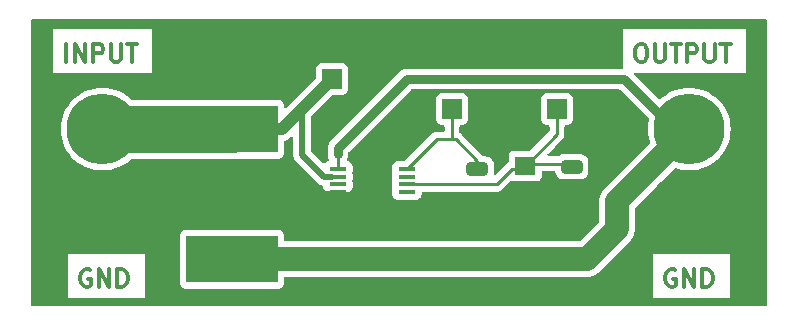
<source format=gtl>
%TF.GenerationSoftware,KiCad,Pcbnew,7.0.2*%
%TF.CreationDate,2023-08-26T08:56:54-07:00*%
%TF.ProjectId,Current Sense Standalone,43757272-656e-4742-9053-656e73652053,rev?*%
%TF.SameCoordinates,Original*%
%TF.FileFunction,Copper,L1,Top*%
%TF.FilePolarity,Positive*%
%FSLAX46Y46*%
G04 Gerber Fmt 4.6, Leading zero omitted, Abs format (unit mm)*
G04 Created by KiCad (PCBNEW 7.0.2) date 2023-08-26 08:56:54*
%MOMM*%
%LPD*%
G01*
G04 APERTURE LIST*
G04 Aperture macros list*
%AMRoundRect*
0 Rectangle with rounded corners*
0 $1 Rounding radius*
0 $2 $3 $4 $5 $6 $7 $8 $9 X,Y pos of 4 corners*
0 Add a 4 corners polygon primitive as box body*
4,1,4,$2,$3,$4,$5,$6,$7,$8,$9,$2,$3,0*
0 Add four circle primitives for the rounded corners*
1,1,$1+$1,$2,$3*
1,1,$1+$1,$4,$5*
1,1,$1+$1,$6,$7*
1,1,$1+$1,$8,$9*
0 Add four rect primitives between the rounded corners*
20,1,$1+$1,$2,$3,$4,$5,0*
20,1,$1+$1,$4,$5,$6,$7,0*
20,1,$1+$1,$6,$7,$8,$9,0*
20,1,$1+$1,$8,$9,$2,$3,0*%
G04 Aperture macros list end*
%ADD10C,0.300000*%
%TA.AperFunction,NonConductor*%
%ADD11C,0.300000*%
%TD*%
%TA.AperFunction,ComponentPad*%
%ADD12RoundRect,1.500000X1.500000X-1.500000X1.500000X1.500000X-1.500000X1.500000X-1.500000X-1.500000X0*%
%TD*%
%TA.AperFunction,ComponentPad*%
%ADD13C,6.000000*%
%TD*%
%TA.AperFunction,SMDPad,CuDef*%
%ADD14RoundRect,0.250000X-0.650000X0.325000X-0.650000X-0.325000X0.650000X-0.325000X0.650000X0.325000X0*%
%TD*%
%TA.AperFunction,SMDPad,CuDef*%
%ADD15R,1.800000X1.600000*%
%TD*%
%TA.AperFunction,SMDPad,CuDef*%
%ADD16R,7.800000X4.000000*%
%TD*%
%TA.AperFunction,ComponentPad*%
%ADD17R,1.700000X1.700000*%
%TD*%
%TA.AperFunction,ComponentPad*%
%ADD18O,1.700000X1.700000*%
%TD*%
%TA.AperFunction,SMDPad,CuDef*%
%ADD19R,1.473200X0.355600*%
%TD*%
%TA.AperFunction,Conductor*%
%ADD20C,0.500000*%
%TD*%
%TA.AperFunction,Conductor*%
%ADD21C,0.750000*%
%TD*%
%TA.AperFunction,Conductor*%
%ADD22C,0.250000*%
%TD*%
%TA.AperFunction,Conductor*%
%ADD23C,1.000000*%
%TD*%
%TA.AperFunction,Conductor*%
%ADD24C,4.000000*%
%TD*%
%TA.AperFunction,Conductor*%
%ADD25C,2.000000*%
%TD*%
G04 APERTURE END LIST*
D10*
D11*
X67182857Y-33947857D02*
X67040000Y-33876428D01*
X67040000Y-33876428D02*
X66825714Y-33876428D01*
X66825714Y-33876428D02*
X66611428Y-33947857D01*
X66611428Y-33947857D02*
X66468571Y-34090714D01*
X66468571Y-34090714D02*
X66397142Y-34233571D01*
X66397142Y-34233571D02*
X66325714Y-34519285D01*
X66325714Y-34519285D02*
X66325714Y-34733571D01*
X66325714Y-34733571D02*
X66397142Y-35019285D01*
X66397142Y-35019285D02*
X66468571Y-35162142D01*
X66468571Y-35162142D02*
X66611428Y-35305000D01*
X66611428Y-35305000D02*
X66825714Y-35376428D01*
X66825714Y-35376428D02*
X66968571Y-35376428D01*
X66968571Y-35376428D02*
X67182857Y-35305000D01*
X67182857Y-35305000D02*
X67254285Y-35233571D01*
X67254285Y-35233571D02*
X67254285Y-34733571D01*
X67254285Y-34733571D02*
X66968571Y-34733571D01*
X67897142Y-35376428D02*
X67897142Y-33876428D01*
X67897142Y-33876428D02*
X68754285Y-35376428D01*
X68754285Y-35376428D02*
X68754285Y-33876428D01*
X69468571Y-35376428D02*
X69468571Y-33876428D01*
X69468571Y-33876428D02*
X69825714Y-33876428D01*
X69825714Y-33876428D02*
X70040000Y-33947857D01*
X70040000Y-33947857D02*
X70182857Y-34090714D01*
X70182857Y-34090714D02*
X70254286Y-34233571D01*
X70254286Y-34233571D02*
X70325714Y-34519285D01*
X70325714Y-34519285D02*
X70325714Y-34733571D01*
X70325714Y-34733571D02*
X70254286Y-35019285D01*
X70254286Y-35019285D02*
X70182857Y-35162142D01*
X70182857Y-35162142D02*
X70040000Y-35305000D01*
X70040000Y-35305000D02*
X69825714Y-35376428D01*
X69825714Y-35376428D02*
X69468571Y-35376428D01*
D10*
D11*
X17652857Y-33947857D02*
X17510000Y-33876428D01*
X17510000Y-33876428D02*
X17295714Y-33876428D01*
X17295714Y-33876428D02*
X17081428Y-33947857D01*
X17081428Y-33947857D02*
X16938571Y-34090714D01*
X16938571Y-34090714D02*
X16867142Y-34233571D01*
X16867142Y-34233571D02*
X16795714Y-34519285D01*
X16795714Y-34519285D02*
X16795714Y-34733571D01*
X16795714Y-34733571D02*
X16867142Y-35019285D01*
X16867142Y-35019285D02*
X16938571Y-35162142D01*
X16938571Y-35162142D02*
X17081428Y-35305000D01*
X17081428Y-35305000D02*
X17295714Y-35376428D01*
X17295714Y-35376428D02*
X17438571Y-35376428D01*
X17438571Y-35376428D02*
X17652857Y-35305000D01*
X17652857Y-35305000D02*
X17724285Y-35233571D01*
X17724285Y-35233571D02*
X17724285Y-34733571D01*
X17724285Y-34733571D02*
X17438571Y-34733571D01*
X18367142Y-35376428D02*
X18367142Y-33876428D01*
X18367142Y-33876428D02*
X19224285Y-35376428D01*
X19224285Y-35376428D02*
X19224285Y-33876428D01*
X19938571Y-35376428D02*
X19938571Y-33876428D01*
X19938571Y-33876428D02*
X20295714Y-33876428D01*
X20295714Y-33876428D02*
X20510000Y-33947857D01*
X20510000Y-33947857D02*
X20652857Y-34090714D01*
X20652857Y-34090714D02*
X20724286Y-34233571D01*
X20724286Y-34233571D02*
X20795714Y-34519285D01*
X20795714Y-34519285D02*
X20795714Y-34733571D01*
X20795714Y-34733571D02*
X20724286Y-35019285D01*
X20724286Y-35019285D02*
X20652857Y-35162142D01*
X20652857Y-35162142D02*
X20510000Y-35305000D01*
X20510000Y-35305000D02*
X20295714Y-35376428D01*
X20295714Y-35376428D02*
X19938571Y-35376428D01*
D10*
D11*
X64142857Y-14826428D02*
X64428571Y-14826428D01*
X64428571Y-14826428D02*
X64571428Y-14897857D01*
X64571428Y-14897857D02*
X64714285Y-15040714D01*
X64714285Y-15040714D02*
X64785714Y-15326428D01*
X64785714Y-15326428D02*
X64785714Y-15826428D01*
X64785714Y-15826428D02*
X64714285Y-16112142D01*
X64714285Y-16112142D02*
X64571428Y-16255000D01*
X64571428Y-16255000D02*
X64428571Y-16326428D01*
X64428571Y-16326428D02*
X64142857Y-16326428D01*
X64142857Y-16326428D02*
X64000000Y-16255000D01*
X64000000Y-16255000D02*
X63857142Y-16112142D01*
X63857142Y-16112142D02*
X63785714Y-15826428D01*
X63785714Y-15826428D02*
X63785714Y-15326428D01*
X63785714Y-15326428D02*
X63857142Y-15040714D01*
X63857142Y-15040714D02*
X64000000Y-14897857D01*
X64000000Y-14897857D02*
X64142857Y-14826428D01*
X65428571Y-14826428D02*
X65428571Y-16040714D01*
X65428571Y-16040714D02*
X65500000Y-16183571D01*
X65500000Y-16183571D02*
X65571429Y-16255000D01*
X65571429Y-16255000D02*
X65714286Y-16326428D01*
X65714286Y-16326428D02*
X66000000Y-16326428D01*
X66000000Y-16326428D02*
X66142857Y-16255000D01*
X66142857Y-16255000D02*
X66214286Y-16183571D01*
X66214286Y-16183571D02*
X66285714Y-16040714D01*
X66285714Y-16040714D02*
X66285714Y-14826428D01*
X66785715Y-14826428D02*
X67642858Y-14826428D01*
X67214286Y-16326428D02*
X67214286Y-14826428D01*
X68142857Y-16326428D02*
X68142857Y-14826428D01*
X68142857Y-14826428D02*
X68714286Y-14826428D01*
X68714286Y-14826428D02*
X68857143Y-14897857D01*
X68857143Y-14897857D02*
X68928572Y-14969285D01*
X68928572Y-14969285D02*
X69000000Y-15112142D01*
X69000000Y-15112142D02*
X69000000Y-15326428D01*
X69000000Y-15326428D02*
X68928572Y-15469285D01*
X68928572Y-15469285D02*
X68857143Y-15540714D01*
X68857143Y-15540714D02*
X68714286Y-15612142D01*
X68714286Y-15612142D02*
X68142857Y-15612142D01*
X69642857Y-14826428D02*
X69642857Y-16040714D01*
X69642857Y-16040714D02*
X69714286Y-16183571D01*
X69714286Y-16183571D02*
X69785715Y-16255000D01*
X69785715Y-16255000D02*
X69928572Y-16326428D01*
X69928572Y-16326428D02*
X70214286Y-16326428D01*
X70214286Y-16326428D02*
X70357143Y-16255000D01*
X70357143Y-16255000D02*
X70428572Y-16183571D01*
X70428572Y-16183571D02*
X70500000Y-16040714D01*
X70500000Y-16040714D02*
X70500000Y-14826428D01*
X71000001Y-14826428D02*
X71857144Y-14826428D01*
X71428572Y-16326428D02*
X71428572Y-14826428D01*
D10*
D11*
X15597142Y-16326428D02*
X15597142Y-14826428D01*
X16311428Y-16326428D02*
X16311428Y-14826428D01*
X16311428Y-14826428D02*
X17168571Y-16326428D01*
X17168571Y-16326428D02*
X17168571Y-14826428D01*
X17882857Y-16326428D02*
X17882857Y-14826428D01*
X17882857Y-14826428D02*
X18454286Y-14826428D01*
X18454286Y-14826428D02*
X18597143Y-14897857D01*
X18597143Y-14897857D02*
X18668572Y-14969285D01*
X18668572Y-14969285D02*
X18740000Y-15112142D01*
X18740000Y-15112142D02*
X18740000Y-15326428D01*
X18740000Y-15326428D02*
X18668572Y-15469285D01*
X18668572Y-15469285D02*
X18597143Y-15540714D01*
X18597143Y-15540714D02*
X18454286Y-15612142D01*
X18454286Y-15612142D02*
X17882857Y-15612142D01*
X19382857Y-14826428D02*
X19382857Y-16040714D01*
X19382857Y-16040714D02*
X19454286Y-16183571D01*
X19454286Y-16183571D02*
X19525715Y-16255000D01*
X19525715Y-16255000D02*
X19668572Y-16326428D01*
X19668572Y-16326428D02*
X19954286Y-16326428D01*
X19954286Y-16326428D02*
X20097143Y-16255000D01*
X20097143Y-16255000D02*
X20168572Y-16183571D01*
X20168572Y-16183571D02*
X20240000Y-16040714D01*
X20240000Y-16040714D02*
X20240000Y-14826428D01*
X20740001Y-14826428D02*
X21597144Y-14826428D01*
X21168572Y-16326428D02*
X21168572Y-14826428D01*
D12*
X68344045Y-29210000D03*
D13*
X68344045Y-22010000D03*
D14*
X50411329Y-25400000D03*
X50411329Y-28350000D03*
D15*
X54453375Y-25140000D03*
X54453375Y-27940000D03*
D16*
X29629273Y-33018011D03*
X29629273Y-22018011D03*
D14*
X58420000Y-25195000D03*
X58420000Y-28145000D03*
D17*
X48260000Y-20320000D03*
D18*
X50800000Y-20320000D03*
D17*
X38100000Y-17780000D03*
D18*
X40640000Y-17780000D03*
D19*
X38608000Y-25400000D03*
X38608000Y-26049998D03*
X38608000Y-26700000D03*
X38608000Y-27349998D03*
X44450000Y-27349998D03*
X44450000Y-26700000D03*
X44450000Y-26049998D03*
X44450000Y-25400000D03*
D12*
X18650936Y-29210000D03*
D13*
X18650936Y-22010000D03*
D17*
X57150000Y-20320000D03*
D18*
X59690000Y-20320000D03*
D20*
X35560000Y-24166400D02*
X35560000Y-20320000D01*
X37443598Y-26049998D02*
X35560000Y-24166400D01*
X38100000Y-26049998D02*
X37443598Y-26049998D01*
D21*
X44450000Y-17780000D02*
X62844045Y-17780000D01*
X38608000Y-23622000D02*
X44450000Y-17780000D01*
X38608000Y-24130000D02*
X38608000Y-23622000D01*
X62844045Y-17780000D02*
X67074045Y-22010000D01*
D22*
X38608000Y-24130000D02*
X38608000Y-25400000D01*
X68344045Y-22010000D02*
X67074045Y-22010000D01*
X38100000Y-26049998D02*
X38608000Y-26049998D01*
X57150000Y-20320000D02*
X57150000Y-22443375D01*
X57150000Y-22443375D02*
X54663751Y-24929624D01*
X54663751Y-24929624D02*
X54453375Y-24929624D01*
X53340000Y-25400000D02*
X53982999Y-25400000D01*
X44450000Y-26700000D02*
X52040000Y-26700000D01*
X53982999Y-25400000D02*
X54453375Y-24929624D01*
X58208238Y-24929624D02*
X58363078Y-24774784D01*
X54453375Y-24929624D02*
X58208238Y-24929624D01*
X52040000Y-26700000D02*
X53340000Y-25400000D01*
X58363078Y-27724784D02*
X58358238Y-27729624D01*
X58358238Y-27729624D02*
X54663751Y-27729624D01*
X18650936Y-29210000D02*
X20510938Y-27349998D01*
X20510938Y-27349998D02*
X38608000Y-27349998D01*
X54663751Y-27729624D02*
X54043375Y-28350000D01*
X54043375Y-28350000D02*
X50411329Y-28350000D01*
X44450000Y-25400000D02*
X46990000Y-22860000D01*
X48260000Y-22860000D02*
X48260000Y-20320000D01*
X46990000Y-22860000D02*
X48260000Y-22860000D01*
X48587463Y-22860000D02*
X50411329Y-24683866D01*
X48260000Y-22860000D02*
X48587463Y-22860000D01*
D23*
X38100000Y-17780000D02*
X33861989Y-22018011D01*
D22*
X28279273Y-23368011D02*
X29629273Y-22018011D01*
X29621262Y-22010000D02*
X29629273Y-22018011D01*
X18650936Y-22010000D02*
X20008947Y-23368011D01*
D23*
X33861989Y-22018011D02*
X29629273Y-22018011D01*
D22*
X18650936Y-20130973D02*
X18650936Y-22010000D01*
D24*
X18650936Y-22010000D02*
X29621262Y-22010000D01*
D25*
X59690000Y-33020000D02*
X62230000Y-30480000D01*
D22*
X66215867Y-22010000D02*
X68344045Y-22010000D01*
D25*
X62230000Y-30480000D02*
X62230000Y-28124045D01*
X29631262Y-33020000D02*
X59690000Y-33020000D01*
X29629273Y-33018011D02*
X29631262Y-33020000D01*
X62230000Y-28124045D02*
X68344045Y-22010000D01*
%TA.AperFunction,Conductor*%
G36*
X74872539Y-12720185D02*
G01*
X74918294Y-12772989D01*
X74929500Y-12824500D01*
X74929500Y-36901978D01*
X74909815Y-36969017D01*
X74857011Y-37014772D01*
X74805500Y-37025978D01*
X12730653Y-37025978D01*
X12663614Y-37006293D01*
X12617859Y-36953489D01*
X12606653Y-36901978D01*
X12606653Y-32595214D01*
X15795214Y-32595214D01*
X15795214Y-36274786D01*
X22246215Y-36274786D01*
X22246215Y-32595214D01*
X15795214Y-32595214D01*
X12606653Y-32595214D01*
X12606653Y-27572376D01*
X43212900Y-27572376D01*
X43212901Y-27575670D01*
X43213253Y-27578950D01*
X43213254Y-27578957D01*
X43219309Y-27635282D01*
X43244456Y-27702704D01*
X43269604Y-27770129D01*
X43355854Y-27885344D01*
X43471069Y-27971594D01*
X43605917Y-28021889D01*
X43665527Y-28028298D01*
X45234472Y-28028297D01*
X45294083Y-28021889D01*
X45428931Y-27971594D01*
X45544146Y-27885344D01*
X45630396Y-27770129D01*
X45680691Y-27635281D01*
X45687100Y-27575671D01*
X45687099Y-27449499D01*
X45706783Y-27382461D01*
X45759587Y-27336706D01*
X45811099Y-27325500D01*
X51957256Y-27325500D01*
X51977762Y-27327764D01*
X51980665Y-27327672D01*
X51980667Y-27327673D01*
X52047872Y-27325561D01*
X52051768Y-27325500D01*
X52075448Y-27325500D01*
X52079350Y-27325500D01*
X52083313Y-27324999D01*
X52094962Y-27324080D01*
X52138627Y-27322709D01*
X52157859Y-27317120D01*
X52176918Y-27313174D01*
X52183196Y-27312381D01*
X52196792Y-27310664D01*
X52237407Y-27294582D01*
X52248444Y-27290803D01*
X52290390Y-27278618D01*
X52307629Y-27268422D01*
X52325102Y-27259862D01*
X52343732Y-27252486D01*
X52379064Y-27226814D01*
X52388830Y-27220400D01*
X52426418Y-27198171D01*
X52426417Y-27198171D01*
X52426420Y-27198170D01*
X52440585Y-27184004D01*
X52455373Y-27171373D01*
X52471587Y-27159594D01*
X52499438Y-27125926D01*
X52507279Y-27117309D01*
X53203529Y-26421059D01*
X53264850Y-26387576D01*
X53334541Y-26392560D01*
X53445889Y-26434090D01*
X53445892Y-26434091D01*
X53505502Y-26440500D01*
X55401247Y-26440499D01*
X55460858Y-26434091D01*
X55595706Y-26383796D01*
X55710921Y-26297546D01*
X55797171Y-26182331D01*
X55847466Y-26047483D01*
X55853875Y-25987873D01*
X55853875Y-25679123D01*
X55873560Y-25612085D01*
X55926364Y-25566330D01*
X55977875Y-25555124D01*
X56906002Y-25555124D01*
X56973041Y-25574809D01*
X57018796Y-25627613D01*
X57029360Y-25666523D01*
X57030000Y-25672796D01*
X57085186Y-25839334D01*
X57177288Y-25988657D01*
X57301342Y-26112711D01*
X57301344Y-26112712D01*
X57450666Y-26204814D01*
X57562017Y-26241712D01*
X57617202Y-26259999D01*
X57716858Y-26270180D01*
X57716859Y-26270180D01*
X57719991Y-26270500D01*
X59120008Y-26270499D01*
X59222797Y-26259999D01*
X59389334Y-26204814D01*
X59538656Y-26112712D01*
X59662712Y-25988656D01*
X59754814Y-25839334D01*
X59809999Y-25672797D01*
X59820500Y-25570009D01*
X59820499Y-24819992D01*
X59809999Y-24717203D01*
X59754814Y-24550666D01*
X59668791Y-24411199D01*
X59662711Y-24401342D01*
X59538657Y-24277288D01*
X59389334Y-24185186D01*
X59222797Y-24130000D01*
X59123141Y-24119819D01*
X59123122Y-24119818D01*
X59120009Y-24119500D01*
X59116860Y-24119500D01*
X57723140Y-24119500D01*
X57723120Y-24119500D01*
X57719992Y-24119501D01*
X57716860Y-24119820D01*
X57716858Y-24119821D01*
X57617203Y-24130000D01*
X57450665Y-24185186D01*
X57289007Y-24284897D01*
X57286617Y-24281023D01*
X57249503Y-24301290D01*
X57223145Y-24304124D01*
X56473203Y-24304124D01*
X56406164Y-24284439D01*
X56360409Y-24231635D01*
X56350465Y-24162477D01*
X56379490Y-24098921D01*
X56385522Y-24092443D01*
X56956146Y-23521819D01*
X57533789Y-22944175D01*
X57549885Y-22931281D01*
X57551873Y-22929162D01*
X57551877Y-22929161D01*
X57597949Y-22880098D01*
X57600534Y-22877430D01*
X57620120Y-22857846D01*
X57622585Y-22854667D01*
X57630167Y-22845791D01*
X57632394Y-22843420D01*
X57660062Y-22813957D01*
X57669712Y-22796402D01*
X57680400Y-22780132D01*
X57692671Y-22764313D01*
X57692673Y-22764311D01*
X57710026Y-22724207D01*
X57715157Y-22713737D01*
X57736197Y-22675467D01*
X57741175Y-22656074D01*
X57747481Y-22637657D01*
X57749018Y-22634103D01*
X57755438Y-22619271D01*
X57762272Y-22576120D01*
X57764635Y-22564706D01*
X57775500Y-22522394D01*
X57775500Y-22502358D01*
X57777027Y-22482959D01*
X57780160Y-22463179D01*
X57776050Y-22419699D01*
X57775500Y-22408030D01*
X57775500Y-21794499D01*
X57795185Y-21727460D01*
X57847989Y-21681705D01*
X57899500Y-21670499D01*
X58044561Y-21670499D01*
X58047872Y-21670499D01*
X58107483Y-21664091D01*
X58242331Y-21613796D01*
X58357546Y-21527546D01*
X58443796Y-21412331D01*
X58494091Y-21277483D01*
X58500500Y-21217873D01*
X58500499Y-19422128D01*
X58494091Y-19362517D01*
X58443796Y-19227669D01*
X58357546Y-19112454D01*
X58242331Y-19026204D01*
X58107483Y-18975909D01*
X58047873Y-18969500D01*
X58044550Y-18969500D01*
X56255439Y-18969500D01*
X56255420Y-18969500D01*
X56252128Y-18969501D01*
X56248848Y-18969853D01*
X56248840Y-18969854D01*
X56192515Y-18975909D01*
X56057669Y-19026204D01*
X55942454Y-19112454D01*
X55856204Y-19227668D01*
X55805909Y-19362516D01*
X55801090Y-19407343D01*
X55799500Y-19422127D01*
X55799500Y-19425448D01*
X55799500Y-19425449D01*
X55799500Y-21214560D01*
X55799500Y-21214578D01*
X55799501Y-21217872D01*
X55799853Y-21221152D01*
X55799854Y-21221159D01*
X55805909Y-21277484D01*
X55808494Y-21284414D01*
X55856204Y-21412331D01*
X55942454Y-21527546D01*
X56057669Y-21613796D01*
X56192517Y-21664091D01*
X56252127Y-21670500D01*
X56400500Y-21670499D01*
X56467539Y-21690183D01*
X56513294Y-21742987D01*
X56524500Y-21794499D01*
X56524500Y-22132921D01*
X56504815Y-22199960D01*
X56488181Y-22220602D01*
X54905601Y-23803181D01*
X54844278Y-23836666D01*
X54817920Y-23839500D01*
X53508814Y-23839500D01*
X53508795Y-23839500D01*
X53505503Y-23839501D01*
X53502223Y-23839853D01*
X53502215Y-23839854D01*
X53445890Y-23845909D01*
X53311044Y-23896204D01*
X53195829Y-23982454D01*
X53109579Y-24097668D01*
X53059284Y-24232516D01*
X53053702Y-24284439D01*
X53052875Y-24292127D01*
X53052875Y-24295448D01*
X53052875Y-24295449D01*
X53052875Y-24772266D01*
X53033190Y-24839305D01*
X53001671Y-24872649D01*
X53000845Y-24873248D01*
X52991174Y-24879595D01*
X52953580Y-24901829D01*
X52939413Y-24915996D01*
X52924624Y-24928626D01*
X52908413Y-24940404D01*
X52880572Y-24974058D01*
X52872711Y-24982697D01*
X52023509Y-25831899D01*
X51962186Y-25865384D01*
X51892494Y-25860400D01*
X51836561Y-25818528D01*
X51812144Y-25753064D01*
X51811828Y-25744244D01*
X51811828Y-25024992D01*
X51801328Y-24922203D01*
X51746143Y-24755666D01*
X51671751Y-24635056D01*
X51654040Y-24606342D01*
X51529986Y-24482288D01*
X51380663Y-24390186D01*
X51214126Y-24335000D01*
X51114470Y-24324819D01*
X51114451Y-24324818D01*
X51111338Y-24324500D01*
X51108189Y-24324500D01*
X50987916Y-24324500D01*
X50920877Y-24304815D01*
X50900235Y-24288181D01*
X49088265Y-22476211D01*
X49075369Y-22460113D01*
X49024238Y-22412098D01*
X49021441Y-22409387D01*
X49004690Y-22392636D01*
X49001934Y-22389880D01*
X48998753Y-22387412D01*
X48989885Y-22379837D01*
X48958045Y-22349938D01*
X48958043Y-22349936D01*
X48949762Y-22345384D01*
X48900498Y-22295838D01*
X48885499Y-22236722D01*
X48885500Y-21794499D01*
X48905185Y-21727459D01*
X48957989Y-21681705D01*
X49009500Y-21670499D01*
X49154561Y-21670499D01*
X49157872Y-21670499D01*
X49217483Y-21664091D01*
X49352331Y-21613796D01*
X49467546Y-21527546D01*
X49553796Y-21412331D01*
X49604091Y-21277483D01*
X49610500Y-21217873D01*
X49610499Y-19422128D01*
X49604091Y-19362517D01*
X49553796Y-19227669D01*
X49467546Y-19112454D01*
X49352331Y-19026204D01*
X49217483Y-18975909D01*
X49157873Y-18969500D01*
X49154550Y-18969500D01*
X47365439Y-18969500D01*
X47365420Y-18969500D01*
X47362128Y-18969501D01*
X47358848Y-18969853D01*
X47358840Y-18969854D01*
X47302515Y-18975909D01*
X47167669Y-19026204D01*
X47052454Y-19112454D01*
X46966204Y-19227668D01*
X46915909Y-19362516D01*
X46911090Y-19407343D01*
X46909500Y-19422127D01*
X46909500Y-19425448D01*
X46909500Y-19425449D01*
X46909500Y-21214560D01*
X46909500Y-21214578D01*
X46909501Y-21217872D01*
X46909853Y-21221152D01*
X46909854Y-21221159D01*
X46915909Y-21277484D01*
X46918494Y-21284414D01*
X46966204Y-21412331D01*
X47052454Y-21527546D01*
X47167669Y-21613796D01*
X47302517Y-21664091D01*
X47362127Y-21670500D01*
X47510500Y-21670499D01*
X47577539Y-21690183D01*
X47623294Y-21742987D01*
X47634500Y-21794499D01*
X47634500Y-22110500D01*
X47614815Y-22177539D01*
X47562011Y-22223294D01*
X47510500Y-22234500D01*
X47072740Y-22234500D01*
X47052236Y-22232236D01*
X46982144Y-22234439D01*
X46978250Y-22234500D01*
X46950650Y-22234500D01*
X46946789Y-22234987D01*
X46946778Y-22234988D01*
X46946645Y-22235005D01*
X46935029Y-22235918D01*
X46891368Y-22237290D01*
X46872129Y-22242880D01*
X46853080Y-22246825D01*
X46833208Y-22249335D01*
X46792593Y-22265415D01*
X46781549Y-22269196D01*
X46739611Y-22281382D01*
X46722364Y-22291581D01*
X46704900Y-22300136D01*
X46686267Y-22307514D01*
X46650926Y-22333189D01*
X46641168Y-22339599D01*
X46603579Y-22361829D01*
X46589410Y-22375998D01*
X46574622Y-22388628D01*
X46558413Y-22400405D01*
X46530572Y-22434058D01*
X46522711Y-22442696D01*
X44280026Y-24685381D01*
X44218703Y-24718866D01*
X44192345Y-24721700D01*
X43668839Y-24721700D01*
X43668820Y-24721700D01*
X43665528Y-24721701D01*
X43662248Y-24722053D01*
X43662240Y-24722054D01*
X43605915Y-24728109D01*
X43471069Y-24778404D01*
X43355854Y-24864654D01*
X43269604Y-24979868D01*
X43219309Y-25114716D01*
X43218872Y-25118786D01*
X43212900Y-25174327D01*
X43212900Y-25177648D01*
X43212900Y-25177649D01*
X43212900Y-25622360D01*
X43212900Y-25622378D01*
X43212901Y-25625672D01*
X43213253Y-25628952D01*
X43213254Y-25628959D01*
X43220974Y-25700768D01*
X43219338Y-25700943D01*
X43222941Y-25751364D01*
X43219475Y-25763168D01*
X43219309Y-25764715D01*
X43212900Y-25824325D01*
X43212900Y-25827646D01*
X43212900Y-25827647D01*
X43212900Y-26272358D01*
X43212900Y-26272376D01*
X43212901Y-26275670D01*
X43213253Y-26278950D01*
X43213254Y-26278957D01*
X43220974Y-26350766D01*
X43219339Y-26350941D01*
X43222943Y-26401362D01*
X43219475Y-26413171D01*
X43219308Y-26414717D01*
X43219309Y-26414717D01*
X43212900Y-26474327D01*
X43212900Y-26477648D01*
X43212900Y-26477649D01*
X43212900Y-26922360D01*
X43212900Y-26922378D01*
X43212901Y-26925672D01*
X43213253Y-26928952D01*
X43213254Y-26928959D01*
X43220974Y-27000768D01*
X43219338Y-27000943D01*
X43222941Y-27051364D01*
X43219475Y-27063168D01*
X43213351Y-27120130D01*
X43212900Y-27124325D01*
X43212900Y-27127646D01*
X43212900Y-27127647D01*
X43212900Y-27572358D01*
X43212900Y-27572376D01*
X12606653Y-27572376D01*
X12606653Y-22010000D01*
X15145632Y-22010000D01*
X15145802Y-22013243D01*
X15161223Y-22307514D01*
X15164834Y-22376404D01*
X15165339Y-22379597D01*
X15165341Y-22379609D01*
X15221721Y-22735576D01*
X15222231Y-22738794D01*
X15223069Y-22741923D01*
X15223072Y-22741935D01*
X15316351Y-23090056D01*
X15316355Y-23090070D01*
X15317194Y-23093199D01*
X15318357Y-23096228D01*
X15318361Y-23096241D01*
X15447520Y-23432712D01*
X15448681Y-23435736D01*
X15450149Y-23438617D01*
X15495072Y-23526784D01*
X15615254Y-23762652D01*
X15815085Y-24070366D01*
X15915014Y-24193768D01*
X16029381Y-24335000D01*
X16045987Y-24355506D01*
X16305430Y-24614949D01*
X16590570Y-24845851D01*
X16898284Y-25045682D01*
X17225200Y-25212255D01*
X17567737Y-25343742D01*
X17922142Y-25438705D01*
X18284532Y-25496102D01*
X18650936Y-25515304D01*
X19017340Y-25496102D01*
X19379730Y-25438705D01*
X19734135Y-25343742D01*
X20076672Y-25212255D01*
X20403588Y-25045682D01*
X20711302Y-24845851D01*
X20996442Y-24614949D01*
X21064572Y-24546818D01*
X21125895Y-24513334D01*
X21152253Y-24510500D01*
X25600247Y-24510500D01*
X25613503Y-24511211D01*
X25621789Y-24512101D01*
X25621790Y-24512102D01*
X25681400Y-24518511D01*
X33577145Y-24518510D01*
X33636756Y-24512102D01*
X33771604Y-24461807D01*
X33886819Y-24375557D01*
X33973069Y-24260342D01*
X34023364Y-24125494D01*
X34029773Y-24065884D01*
X34029772Y-23108132D01*
X34049456Y-23041094D01*
X34102260Y-22995339D01*
X34131897Y-22986077D01*
X34138642Y-22984869D01*
X34193415Y-22962989D01*
X34202290Y-22959830D01*
X34219664Y-22954378D01*
X34258577Y-22942170D01*
X34285183Y-22927401D01*
X34299351Y-22920673D01*
X34327606Y-22909388D01*
X34376868Y-22876920D01*
X34384899Y-22872054D01*
X34436491Y-22843420D01*
X34459576Y-22823600D01*
X34472103Y-22814155D01*
X34497508Y-22797413D01*
X34539240Y-22755679D01*
X34546112Y-22749311D01*
X34590884Y-22710877D01*
X34590885Y-22710875D01*
X34600453Y-22702662D01*
X34602170Y-22704662D01*
X34644042Y-22674358D01*
X34713805Y-22670496D01*
X34774581Y-22704964D01*
X34807075Y-22766818D01*
X34809500Y-22791222D01*
X34809500Y-24102694D01*
X34808191Y-24120664D01*
X34804711Y-24144423D01*
X34809028Y-24193768D01*
X34809500Y-24204575D01*
X34809500Y-24210109D01*
X34809916Y-24213672D01*
X34809917Y-24213682D01*
X34813098Y-24240896D01*
X34813464Y-24244482D01*
X34820109Y-24320441D01*
X34824329Y-24339471D01*
X34824758Y-24340651D01*
X34824759Y-24340655D01*
X34850413Y-24411142D01*
X34851582Y-24414507D01*
X34875580Y-24486924D01*
X34884075Y-24504472D01*
X34925979Y-24568184D01*
X34927889Y-24571182D01*
X34956694Y-24617880D01*
X34967952Y-24636132D01*
X34980253Y-24651230D01*
X34981168Y-24652093D01*
X34981170Y-24652096D01*
X35014291Y-24683344D01*
X35035708Y-24703550D01*
X35038295Y-24706063D01*
X36867867Y-26535635D01*
X36879649Y-26549268D01*
X36893988Y-26568529D01*
X36931936Y-26600371D01*
X36939911Y-26607679D01*
X36943821Y-26611589D01*
X36968154Y-26630828D01*
X36970933Y-26633093D01*
X37029350Y-26682111D01*
X37045777Y-26692576D01*
X37114918Y-26724817D01*
X37118165Y-26726389D01*
X37186297Y-26760607D01*
X37204685Y-26766998D01*
X37205921Y-26767253D01*
X37205925Y-26767255D01*
X37271977Y-26780893D01*
X37333647Y-26813725D01*
X37367780Y-26874690D01*
X37370900Y-26902325D01*
X37370900Y-26922358D01*
X37370900Y-26922376D01*
X37370901Y-26925672D01*
X37371253Y-26928952D01*
X37371254Y-26928959D01*
X37377309Y-26985284D01*
X37383150Y-27000943D01*
X37427604Y-27120131D01*
X37513854Y-27235346D01*
X37629069Y-27321596D01*
X37763917Y-27371891D01*
X37823527Y-27378300D01*
X39392472Y-27378299D01*
X39452083Y-27371891D01*
X39586931Y-27321596D01*
X39702146Y-27235346D01*
X39788396Y-27120131D01*
X39838691Y-26985283D01*
X39845100Y-26925673D01*
X39845099Y-26474328D01*
X39838691Y-26414717D01*
X39838690Y-26414715D01*
X39837026Y-26399232D01*
X39838660Y-26399056D01*
X39835052Y-26348646D01*
X39838525Y-26336817D01*
X39838689Y-26335284D01*
X39838691Y-26335281D01*
X39845100Y-26275671D01*
X39845099Y-25824326D01*
X39838691Y-25764715D01*
X39838690Y-25764714D01*
X39837026Y-25749227D01*
X39838661Y-25749051D01*
X39835055Y-25698641D01*
X39838525Y-25686823D01*
X39840033Y-25672797D01*
X39845100Y-25625673D01*
X39845099Y-25174328D01*
X39838691Y-25114717D01*
X39788396Y-24979869D01*
X39702146Y-24864654D01*
X39586931Y-24778404D01*
X39525965Y-24755665D01*
X39444327Y-24725216D01*
X39388394Y-24683344D01*
X39363977Y-24617880D01*
X39375122Y-24556968D01*
X39442561Y-24411199D01*
X39442560Y-24411199D01*
X39442562Y-24411197D01*
X39483500Y-24225216D01*
X39483500Y-24036005D01*
X39503185Y-23968966D01*
X39519814Y-23948329D01*
X44776325Y-18691819D01*
X44837648Y-18658334D01*
X44864006Y-18655500D01*
X62430039Y-18655500D01*
X62497078Y-18675185D01*
X62517720Y-18691819D01*
X64905242Y-21079341D01*
X64938727Y-21140664D01*
X64937336Y-21199115D01*
X64916179Y-21278071D01*
X64916175Y-21278089D01*
X64915340Y-21281206D01*
X64914834Y-21284397D01*
X64914831Y-21284414D01*
X64858450Y-21640390D01*
X64858448Y-21640404D01*
X64857943Y-21643596D01*
X64857773Y-21646826D01*
X64857773Y-21646833D01*
X64838911Y-22006756D01*
X64838741Y-22010000D01*
X64838911Y-22013243D01*
X64854332Y-22307514D01*
X64857943Y-22376404D01*
X64858448Y-22379597D01*
X64858450Y-22379609D01*
X64914830Y-22735576D01*
X64915340Y-22738794D01*
X64916178Y-22741923D01*
X64916181Y-22741935D01*
X65009460Y-23090056D01*
X65009464Y-23090070D01*
X65010303Y-23093199D01*
X65011466Y-23096229D01*
X65011470Y-23096241D01*
X65017093Y-23110888D01*
X65022740Y-23180529D01*
X64989840Y-23242168D01*
X64989010Y-23243006D01*
X61240306Y-26991709D01*
X61228793Y-27001877D01*
X61210254Y-27016307D01*
X61148775Y-27083090D01*
X61145233Y-27086783D01*
X61125098Y-27106919D01*
X61110356Y-27124325D01*
X61106689Y-27128654D01*
X61103299Y-27132492D01*
X61041835Y-27199260D01*
X61028995Y-27218913D01*
X61019813Y-27231228D01*
X61004636Y-27249147D01*
X60958174Y-27327119D01*
X60955462Y-27331462D01*
X60905826Y-27407437D01*
X60896396Y-27428936D01*
X60889368Y-27442590D01*
X60877343Y-27462771D01*
X60844346Y-27547333D01*
X60842386Y-27552065D01*
X60805936Y-27635165D01*
X60800169Y-27657935D01*
X60795484Y-27672560D01*
X60786951Y-27694430D01*
X60768324Y-27783256D01*
X60767170Y-27788245D01*
X60744891Y-27876225D01*
X60742952Y-27899623D01*
X60740738Y-27914822D01*
X60735919Y-27937807D01*
X60732168Y-28028485D01*
X60731851Y-28033596D01*
X60729710Y-28059434D01*
X60729709Y-28059452D01*
X60729500Y-28061978D01*
X60729499Y-28064509D01*
X60729499Y-28064532D01*
X60729499Y-28090451D01*
X60729393Y-28095570D01*
X60725642Y-28186267D01*
X60728547Y-28209574D01*
X60729499Y-28224909D01*
X60729500Y-29807109D01*
X60709815Y-29874148D01*
X60693181Y-29894790D01*
X59104791Y-31483181D01*
X59043468Y-31516666D01*
X59017110Y-31519500D01*
X34153772Y-31519500D01*
X34086733Y-31499815D01*
X34040978Y-31447011D01*
X34029772Y-31395500D01*
X34029772Y-30973450D01*
X34029772Y-30973449D01*
X34029772Y-30970139D01*
X34023364Y-30910528D01*
X33973069Y-30775680D01*
X33886819Y-30660465D01*
X33771604Y-30574215D01*
X33636756Y-30523920D01*
X33577146Y-30517511D01*
X33573823Y-30517511D01*
X25684712Y-30517511D01*
X25684693Y-30517511D01*
X25681401Y-30517512D01*
X25678121Y-30517864D01*
X25678113Y-30517865D01*
X25621788Y-30523920D01*
X25486942Y-30574215D01*
X25371727Y-30660465D01*
X25285477Y-30775679D01*
X25235182Y-30910527D01*
X25231355Y-30946127D01*
X25228773Y-30970138D01*
X25228773Y-30973459D01*
X25228773Y-30973460D01*
X25228773Y-35062571D01*
X25228773Y-35062589D01*
X25228774Y-35065883D01*
X25235182Y-35125494D01*
X25285477Y-35260342D01*
X25371727Y-35375557D01*
X25486942Y-35461807D01*
X25621790Y-35512102D01*
X25681400Y-35518511D01*
X33577145Y-35518510D01*
X33636756Y-35512102D01*
X33771604Y-35461807D01*
X33886819Y-35375557D01*
X33973069Y-35260342D01*
X34023364Y-35125494D01*
X34029773Y-35065884D01*
X34029773Y-34644499D01*
X34049458Y-34577461D01*
X34102262Y-34531706D01*
X34153773Y-34520500D01*
X59589135Y-34520500D01*
X59604473Y-34521452D01*
X59627779Y-34524357D01*
X59627779Y-34524356D01*
X59627780Y-34524357D01*
X59698017Y-34521452D01*
X59718473Y-34520605D01*
X59723596Y-34520500D01*
X59749498Y-34520500D01*
X59752067Y-34520500D01*
X59780447Y-34518147D01*
X59785540Y-34517831D01*
X59876237Y-34514081D01*
X59899209Y-34509263D01*
X59914413Y-34507047D01*
X59937821Y-34505108D01*
X60025838Y-34482818D01*
X60030754Y-34481680D01*
X60119614Y-34463049D01*
X60141496Y-34454510D01*
X60156116Y-34449827D01*
X60178881Y-34444063D01*
X60262008Y-34407599D01*
X60266699Y-34405656D01*
X60351274Y-34372656D01*
X60371456Y-34360628D01*
X60385101Y-34353605D01*
X60406607Y-34344173D01*
X60482593Y-34294528D01*
X60486916Y-34291830D01*
X60564894Y-34245366D01*
X60582813Y-34230188D01*
X60595126Y-34221006D01*
X60614785Y-34208164D01*
X60637352Y-34187388D01*
X60681551Y-34146701D01*
X60685383Y-34143315D01*
X60707126Y-34124902D01*
X60727313Y-34104714D01*
X60730939Y-34101235D01*
X60797738Y-34039744D01*
X60812167Y-34021203D01*
X60822325Y-34009701D01*
X62236811Y-32595214D01*
X65325214Y-32595214D01*
X65325214Y-36274786D01*
X71776215Y-36274786D01*
X71776215Y-32595214D01*
X65325214Y-32595214D01*
X62236811Y-32595214D01*
X63219697Y-31612328D01*
X63231199Y-31602171D01*
X63249744Y-31587738D01*
X63311246Y-31520927D01*
X63314725Y-31517301D01*
X63334901Y-31497126D01*
X63353323Y-31475372D01*
X63356668Y-31471585D01*
X63418164Y-31404785D01*
X63431006Y-31385126D01*
X63440188Y-31372813D01*
X63455366Y-31354894D01*
X63501838Y-31276901D01*
X63504539Y-31272576D01*
X63554173Y-31196607D01*
X63563604Y-31175104D01*
X63570637Y-31161443D01*
X63572402Y-31158479D01*
X63582655Y-31141274D01*
X63615656Y-31056695D01*
X63617593Y-31052021D01*
X63654063Y-30968881D01*
X63659827Y-30946116D01*
X63664510Y-30931496D01*
X63673049Y-30909614D01*
X63691669Y-30820809D01*
X63692822Y-30815825D01*
X63702988Y-30775680D01*
X63715108Y-30727821D01*
X63717046Y-30704413D01*
X63719263Y-30689205D01*
X63724080Y-30666237D01*
X63727830Y-30575544D01*
X63728148Y-30570441D01*
X63730500Y-30542067D01*
X63730500Y-30513588D01*
X63730606Y-30508463D01*
X63734357Y-30417780D01*
X63731452Y-30394473D01*
X63730500Y-30379135D01*
X63730500Y-28796933D01*
X63750185Y-28729894D01*
X63766814Y-28709257D01*
X67111038Y-25365032D01*
X67172359Y-25331549D01*
X67242051Y-25336533D01*
X67243154Y-25336950D01*
X67260846Y-25343742D01*
X67615251Y-25438705D01*
X67977641Y-25496102D01*
X68344045Y-25515304D01*
X68710449Y-25496102D01*
X69072839Y-25438705D01*
X69427244Y-25343742D01*
X69769781Y-25212255D01*
X70096697Y-25045682D01*
X70404411Y-24845851D01*
X70689551Y-24614949D01*
X70948994Y-24355506D01*
X71179896Y-24070366D01*
X71379727Y-23762652D01*
X71546300Y-23435736D01*
X71677787Y-23093199D01*
X71772750Y-22738794D01*
X71830147Y-22376404D01*
X71849349Y-22010000D01*
X71830147Y-21643596D01*
X71772750Y-21281206D01*
X71677787Y-20926801D01*
X71546300Y-20584264D01*
X71379727Y-20257348D01*
X71179896Y-19949634D01*
X70948994Y-19664494D01*
X70689551Y-19405051D01*
X70687029Y-19403009D01*
X70591337Y-19325518D01*
X70404411Y-19174149D01*
X70096697Y-18974318D01*
X70093809Y-18972846D01*
X70093803Y-18972843D01*
X69772662Y-18809213D01*
X69769781Y-18807745D01*
X69766760Y-18806585D01*
X69766757Y-18806584D01*
X69430286Y-18677425D01*
X69430273Y-18677421D01*
X69427244Y-18676258D01*
X69424115Y-18675419D01*
X69424101Y-18675415D01*
X69075980Y-18582136D01*
X69075968Y-18582133D01*
X69072839Y-18581295D01*
X69069626Y-18580786D01*
X69069621Y-18580785D01*
X68713654Y-18524405D01*
X68713642Y-18524403D01*
X68710449Y-18523898D01*
X68707216Y-18523728D01*
X68707211Y-18523728D01*
X68347289Y-18504866D01*
X68344045Y-18504696D01*
X68340801Y-18504866D01*
X67980878Y-18523728D01*
X67980871Y-18523728D01*
X67977641Y-18523898D01*
X67974449Y-18524403D01*
X67974435Y-18524405D01*
X67618468Y-18580785D01*
X67618459Y-18580786D01*
X67615251Y-18581295D01*
X67612125Y-18582132D01*
X67612109Y-18582136D01*
X67263988Y-18675415D01*
X67263968Y-18675421D01*
X67260846Y-18676258D01*
X67257821Y-18677418D01*
X67257803Y-18677425D01*
X66921332Y-18806584D01*
X66921322Y-18806588D01*
X66918309Y-18807745D01*
X66915434Y-18809209D01*
X66915427Y-18809213D01*
X66594286Y-18972843D01*
X66594272Y-18972850D01*
X66591393Y-18974318D01*
X66588673Y-18976084D01*
X66588665Y-18976089D01*
X66286407Y-19172377D01*
X66286401Y-19172380D01*
X66283679Y-19174149D01*
X66281159Y-19176189D01*
X66281153Y-19176194D01*
X66001060Y-19403009D01*
X66001058Y-19403011D01*
X65998539Y-19405051D01*
X65996264Y-19407325D01*
X65996245Y-19407343D01*
X65940568Y-19463020D01*
X65879244Y-19496504D01*
X65809552Y-19491518D01*
X65765207Y-19463018D01*
X63738656Y-17436467D01*
X63705171Y-17375144D01*
X63710155Y-17305452D01*
X63752027Y-17249519D01*
X63817491Y-17225102D01*
X63826337Y-17224786D01*
X73164787Y-17224786D01*
X73164787Y-13545214D01*
X62785214Y-13545214D01*
X62785214Y-16780500D01*
X62765529Y-16847539D01*
X62712725Y-16893294D01*
X62661214Y-16904500D01*
X44490630Y-16904500D01*
X44480567Y-16904091D01*
X44457872Y-16902243D01*
X44426152Y-16899660D01*
X44426151Y-16899660D01*
X44345190Y-16910690D01*
X44341860Y-16911098D01*
X44260680Y-16919927D01*
X44260487Y-16919993D01*
X44237670Y-16925340D01*
X44237465Y-16925367D01*
X44160779Y-16953541D01*
X44157629Y-16954650D01*
X44089267Y-16977684D01*
X44080211Y-16980736D01*
X44080043Y-16980838D01*
X44058905Y-16990967D01*
X44058717Y-16991035D01*
X43989891Y-17035027D01*
X43987042Y-17036794D01*
X43917040Y-17078914D01*
X43916893Y-17079054D01*
X43898431Y-17093487D01*
X43898261Y-17093595D01*
X43840494Y-17151361D01*
X43838090Y-17153700D01*
X43778792Y-17209871D01*
X43778683Y-17210033D01*
X43763737Y-17228117D01*
X38017653Y-22974201D01*
X38010250Y-22981026D01*
X37968642Y-23016369D01*
X37919202Y-23081405D01*
X37917136Y-23084049D01*
X37865966Y-23147707D01*
X37865883Y-23147876D01*
X37853522Y-23167806D01*
X37853399Y-23167966D01*
X37819093Y-23242117D01*
X37817643Y-23245141D01*
X37781357Y-23318308D01*
X37781309Y-23318502D01*
X37773525Y-23340612D01*
X37773439Y-23340797D01*
X37755873Y-23420595D01*
X37755107Y-23423861D01*
X37735399Y-23503113D01*
X37735394Y-23503310D01*
X37732545Y-23526574D01*
X37732500Y-23526778D01*
X37732500Y-23608462D01*
X37732455Y-23611820D01*
X37730243Y-23693471D01*
X37730278Y-23693653D01*
X37732500Y-23717024D01*
X37732500Y-24177465D01*
X37732862Y-24180802D01*
X37732863Y-24180803D01*
X37747926Y-24319315D01*
X37778886Y-24411199D01*
X37808733Y-24499780D01*
X37820003Y-24518511D01*
X37835745Y-24544675D01*
X37853440Y-24612267D01*
X37831783Y-24678696D01*
X37777650Y-24722870D01*
X37772828Y-24724785D01*
X37629069Y-24778404D01*
X37499582Y-24875338D01*
X37498847Y-24874357D01*
X37460519Y-24903046D01*
X37390827Y-24908027D01*
X37329511Y-24874543D01*
X36346819Y-23891850D01*
X36313334Y-23830527D01*
X36310500Y-23804169D01*
X36310500Y-21035782D01*
X36330185Y-20968743D01*
X36346814Y-20948106D01*
X38128102Y-19166817D01*
X38189425Y-19133333D01*
X38215783Y-19130499D01*
X38994561Y-19130499D01*
X38997872Y-19130499D01*
X39057483Y-19124091D01*
X39192331Y-19073796D01*
X39307546Y-18987546D01*
X39393796Y-18872331D01*
X39444091Y-18737483D01*
X39450500Y-18677873D01*
X39450499Y-16882128D01*
X39444091Y-16822517D01*
X39393796Y-16687669D01*
X39307546Y-16572454D01*
X39192331Y-16486204D01*
X39057483Y-16435909D01*
X38997873Y-16429500D01*
X38994550Y-16429500D01*
X37205439Y-16429500D01*
X37205420Y-16429500D01*
X37202128Y-16429501D01*
X37198848Y-16429853D01*
X37198840Y-16429854D01*
X37142515Y-16435909D01*
X37007669Y-16486204D01*
X36892454Y-16572454D01*
X36806204Y-16687668D01*
X36755910Y-16822515D01*
X36755909Y-16822517D01*
X36749500Y-16882127D01*
X36749500Y-16885449D01*
X36749500Y-17664216D01*
X36729815Y-17731255D01*
X36713181Y-17751897D01*
X34241453Y-20223626D01*
X34180130Y-20257111D01*
X34110438Y-20252127D01*
X34054505Y-20210255D01*
X34030088Y-20144791D01*
X34029772Y-20135945D01*
X34029772Y-19973450D01*
X34029772Y-19970139D01*
X34023364Y-19910528D01*
X33973069Y-19775680D01*
X33886819Y-19660465D01*
X33771604Y-19574215D01*
X33636756Y-19523920D01*
X33577146Y-19517511D01*
X33573824Y-19517511D01*
X29831076Y-19517511D01*
X29823290Y-19517266D01*
X29701807Y-19509623D01*
X29701793Y-19509622D01*
X29699845Y-19509500D01*
X29697884Y-19509500D01*
X21152253Y-19509500D01*
X21085214Y-19489815D01*
X21064572Y-19473181D01*
X20998736Y-19407345D01*
X20998734Y-19407343D01*
X20996442Y-19405051D01*
X20993920Y-19403009D01*
X20898228Y-19325518D01*
X20711302Y-19174149D01*
X20403588Y-18974318D01*
X20400700Y-18972846D01*
X20400694Y-18972843D01*
X20079553Y-18809213D01*
X20076672Y-18807745D01*
X20073651Y-18806585D01*
X20073648Y-18806584D01*
X19737177Y-18677425D01*
X19737164Y-18677421D01*
X19734135Y-18676258D01*
X19731006Y-18675419D01*
X19730992Y-18675415D01*
X19382871Y-18582136D01*
X19382859Y-18582133D01*
X19379730Y-18581295D01*
X19376517Y-18580786D01*
X19376512Y-18580785D01*
X19020545Y-18524405D01*
X19020533Y-18524403D01*
X19017340Y-18523898D01*
X19014107Y-18523728D01*
X19014102Y-18523728D01*
X18654180Y-18504866D01*
X18650936Y-18504696D01*
X18647692Y-18504866D01*
X18287769Y-18523728D01*
X18287762Y-18523728D01*
X18284532Y-18523898D01*
X18281340Y-18524403D01*
X18281326Y-18524405D01*
X17925359Y-18580785D01*
X17925350Y-18580786D01*
X17922142Y-18581295D01*
X17919016Y-18582132D01*
X17919000Y-18582136D01*
X17570879Y-18675415D01*
X17570859Y-18675421D01*
X17567737Y-18676258D01*
X17564712Y-18677418D01*
X17564694Y-18677425D01*
X17228223Y-18806584D01*
X17228213Y-18806588D01*
X17225200Y-18807745D01*
X17222325Y-18809209D01*
X17222318Y-18809213D01*
X16901177Y-18972843D01*
X16901163Y-18972850D01*
X16898284Y-18974318D01*
X16895564Y-18976084D01*
X16895556Y-18976089D01*
X16593298Y-19172377D01*
X16593292Y-19172380D01*
X16590570Y-19174149D01*
X16588050Y-19176189D01*
X16588044Y-19176194D01*
X16307948Y-19403011D01*
X16307937Y-19403020D01*
X16305430Y-19405051D01*
X16303145Y-19407335D01*
X16303135Y-19407345D01*
X16048281Y-19662199D01*
X16048271Y-19662209D01*
X16045987Y-19664494D01*
X16043956Y-19667001D01*
X16043947Y-19667012D01*
X15817130Y-19947108D01*
X15817125Y-19947114D01*
X15815085Y-19949634D01*
X15813316Y-19952356D01*
X15813313Y-19952362D01*
X15617025Y-20254620D01*
X15617020Y-20254628D01*
X15615254Y-20257348D01*
X15613786Y-20260227D01*
X15613779Y-20260241D01*
X15450149Y-20581382D01*
X15448681Y-20584264D01*
X15447524Y-20587277D01*
X15447520Y-20587287D01*
X15318361Y-20923758D01*
X15318354Y-20923776D01*
X15317194Y-20926801D01*
X15316357Y-20929923D01*
X15316351Y-20929943D01*
X15223072Y-21278064D01*
X15223071Y-21278071D01*
X15222231Y-21281206D01*
X15221722Y-21284414D01*
X15221721Y-21284423D01*
X15165341Y-21640390D01*
X15165339Y-21640404D01*
X15164834Y-21643596D01*
X15164664Y-21646826D01*
X15164664Y-21646833D01*
X15145802Y-22006756D01*
X15145632Y-22010000D01*
X12606653Y-22010000D01*
X12606653Y-13545214D01*
X14525214Y-13545214D01*
X14525214Y-17224786D01*
X22904787Y-17224786D01*
X22904787Y-13545214D01*
X14525214Y-13545214D01*
X12606653Y-13545214D01*
X12606653Y-12824500D01*
X12626338Y-12757461D01*
X12679142Y-12711706D01*
X12730653Y-12700500D01*
X74805500Y-12700500D01*
X74872539Y-12720185D01*
G37*
%TD.AperFunction*%
M02*

</source>
